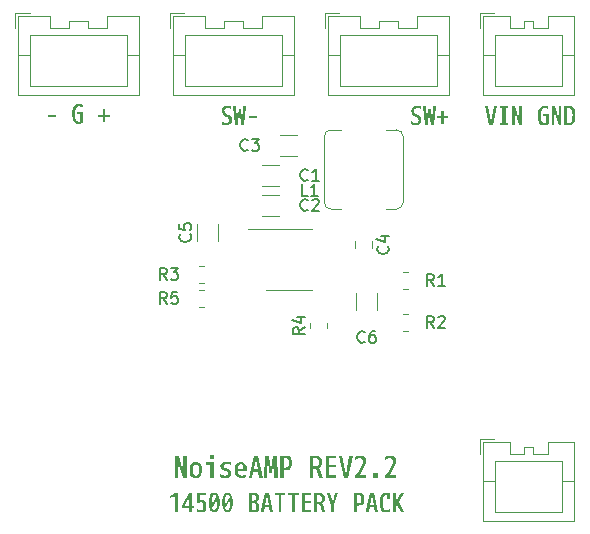
<source format=gbr>
%TF.GenerationSoftware,KiCad,Pcbnew,(6.0.2)*%
%TF.CreationDate,2022-04-08T09:52:01+08:00*%
%TF.ProjectId,NoiseAMP_BAT,4e6f6973-6541-44d5-905f-4241542e6b69,rev?*%
%TF.SameCoordinates,Original*%
%TF.FileFunction,Legend,Top*%
%TF.FilePolarity,Positive*%
%FSLAX46Y46*%
G04 Gerber Fmt 4.6, Leading zero omitted, Abs format (unit mm)*
G04 Created by KiCad (PCBNEW (6.0.2)) date 2022-04-08 09:52:01*
%MOMM*%
%LPD*%
G01*
G04 APERTURE LIST*
%ADD10C,0.150000*%
%ADD11C,0.120000*%
G04 APERTURE END LIST*
D10*
%TO.C,R5*%
X117943333Y-71826380D02*
X117610000Y-71350190D01*
X117371904Y-71826380D02*
X117371904Y-70826380D01*
X117752857Y-70826380D01*
X117848095Y-70874000D01*
X117895714Y-70921619D01*
X117943333Y-71016857D01*
X117943333Y-71159714D01*
X117895714Y-71254952D01*
X117848095Y-71302571D01*
X117752857Y-71350190D01*
X117371904Y-71350190D01*
X118848095Y-70826380D02*
X118371904Y-70826380D01*
X118324285Y-71302571D01*
X118371904Y-71254952D01*
X118467142Y-71207333D01*
X118705238Y-71207333D01*
X118800476Y-71254952D01*
X118848095Y-71302571D01*
X118895714Y-71397809D01*
X118895714Y-71635904D01*
X118848095Y-71731142D01*
X118800476Y-71778761D01*
X118705238Y-71826380D01*
X118467142Y-71826380D01*
X118371904Y-71778761D01*
X118324285Y-71731142D01*
%TO.C,R4*%
X129612380Y-73826666D02*
X129136190Y-74160000D01*
X129612380Y-74398095D02*
X128612380Y-74398095D01*
X128612380Y-74017142D01*
X128660000Y-73921904D01*
X128707619Y-73874285D01*
X128802857Y-73826666D01*
X128945714Y-73826666D01*
X129040952Y-73874285D01*
X129088571Y-73921904D01*
X129136190Y-74017142D01*
X129136190Y-74398095D01*
X128945714Y-72969523D02*
X129612380Y-72969523D01*
X128564761Y-73207619D02*
X129279047Y-73445714D01*
X129279047Y-72826666D01*
%TO.C,R3*%
X117943333Y-69794380D02*
X117610000Y-69318190D01*
X117371904Y-69794380D02*
X117371904Y-68794380D01*
X117752857Y-68794380D01*
X117848095Y-68842000D01*
X117895714Y-68889619D01*
X117943333Y-68984857D01*
X117943333Y-69127714D01*
X117895714Y-69222952D01*
X117848095Y-69270571D01*
X117752857Y-69318190D01*
X117371904Y-69318190D01*
X118276666Y-68794380D02*
X118895714Y-68794380D01*
X118562380Y-69175333D01*
X118705238Y-69175333D01*
X118800476Y-69222952D01*
X118848095Y-69270571D01*
X118895714Y-69365809D01*
X118895714Y-69603904D01*
X118848095Y-69699142D01*
X118800476Y-69746761D01*
X118705238Y-69794380D01*
X118419523Y-69794380D01*
X118324285Y-69746761D01*
X118276666Y-69699142D01*
%TO.C,R2*%
X140549333Y-73858380D02*
X140216000Y-73382190D01*
X139977904Y-73858380D02*
X139977904Y-72858380D01*
X140358857Y-72858380D01*
X140454095Y-72906000D01*
X140501714Y-72953619D01*
X140549333Y-73048857D01*
X140549333Y-73191714D01*
X140501714Y-73286952D01*
X140454095Y-73334571D01*
X140358857Y-73382190D01*
X139977904Y-73382190D01*
X140930285Y-72953619D02*
X140977904Y-72906000D01*
X141073142Y-72858380D01*
X141311238Y-72858380D01*
X141406476Y-72906000D01*
X141454095Y-72953619D01*
X141501714Y-73048857D01*
X141501714Y-73144095D01*
X141454095Y-73286952D01*
X140882666Y-73858380D01*
X141501714Y-73858380D01*
%TO.C,R1*%
X140549333Y-70302380D02*
X140216000Y-69826190D01*
X139977904Y-70302380D02*
X139977904Y-69302380D01*
X140358857Y-69302380D01*
X140454095Y-69350000D01*
X140501714Y-69397619D01*
X140549333Y-69492857D01*
X140549333Y-69635714D01*
X140501714Y-69730952D01*
X140454095Y-69778571D01*
X140358857Y-69826190D01*
X139977904Y-69826190D01*
X141501714Y-70302380D02*
X140930285Y-70302380D01*
X141216000Y-70302380D02*
X141216000Y-69302380D01*
X141120761Y-69445238D01*
X141025523Y-69540476D01*
X140930285Y-69588095D01*
%TO.C,L1*%
X129881333Y-62682380D02*
X129405142Y-62682380D01*
X129405142Y-61682380D01*
X130738476Y-62682380D02*
X130167047Y-62682380D01*
X130452761Y-62682380D02*
X130452761Y-61682380D01*
X130357523Y-61825238D01*
X130262285Y-61920476D01*
X130167047Y-61968095D01*
%TO.C,C6*%
X134707333Y-75033142D02*
X134659714Y-75080761D01*
X134516857Y-75128380D01*
X134421619Y-75128380D01*
X134278761Y-75080761D01*
X134183523Y-74985523D01*
X134135904Y-74890285D01*
X134088285Y-74699809D01*
X134088285Y-74556952D01*
X134135904Y-74366476D01*
X134183523Y-74271238D01*
X134278761Y-74176000D01*
X134421619Y-74128380D01*
X134516857Y-74128380D01*
X134659714Y-74176000D01*
X134707333Y-74223619D01*
X135564476Y-74128380D02*
X135374000Y-74128380D01*
X135278761Y-74176000D01*
X135231142Y-74223619D01*
X135135904Y-74366476D01*
X135088285Y-74556952D01*
X135088285Y-74937904D01*
X135135904Y-75033142D01*
X135183523Y-75080761D01*
X135278761Y-75128380D01*
X135469238Y-75128380D01*
X135564476Y-75080761D01*
X135612095Y-75033142D01*
X135659714Y-74937904D01*
X135659714Y-74699809D01*
X135612095Y-74604571D01*
X135564476Y-74556952D01*
X135469238Y-74509333D01*
X135278761Y-74509333D01*
X135183523Y-74556952D01*
X135135904Y-74604571D01*
X135088285Y-74699809D01*
%TO.C,C5*%
X119919142Y-65952666D02*
X119966761Y-66000285D01*
X120014380Y-66143142D01*
X120014380Y-66238380D01*
X119966761Y-66381238D01*
X119871523Y-66476476D01*
X119776285Y-66524095D01*
X119585809Y-66571714D01*
X119442952Y-66571714D01*
X119252476Y-66524095D01*
X119157238Y-66476476D01*
X119062000Y-66381238D01*
X119014380Y-66238380D01*
X119014380Y-66143142D01*
X119062000Y-66000285D01*
X119109619Y-65952666D01*
X119014380Y-65047904D02*
X119014380Y-65524095D01*
X119490571Y-65571714D01*
X119442952Y-65524095D01*
X119395333Y-65428857D01*
X119395333Y-65190761D01*
X119442952Y-65095523D01*
X119490571Y-65047904D01*
X119585809Y-65000285D01*
X119823904Y-65000285D01*
X119919142Y-65047904D01*
X119966761Y-65095523D01*
X120014380Y-65190761D01*
X120014380Y-65428857D01*
X119966761Y-65524095D01*
X119919142Y-65571714D01*
%TO.C,C4*%
X136657142Y-66968666D02*
X136704761Y-67016285D01*
X136752380Y-67159142D01*
X136752380Y-67254380D01*
X136704761Y-67397238D01*
X136609523Y-67492476D01*
X136514285Y-67540095D01*
X136323809Y-67587714D01*
X136180952Y-67587714D01*
X135990476Y-67540095D01*
X135895238Y-67492476D01*
X135800000Y-67397238D01*
X135752380Y-67254380D01*
X135752380Y-67159142D01*
X135800000Y-67016285D01*
X135847619Y-66968666D01*
X136085714Y-66111523D02*
X136752380Y-66111523D01*
X135704761Y-66349619D02*
X136419047Y-66587714D01*
X136419047Y-65968666D01*
%TO.C,C3*%
X124801333Y-58777142D02*
X124753714Y-58824761D01*
X124610857Y-58872380D01*
X124515619Y-58872380D01*
X124372761Y-58824761D01*
X124277523Y-58729523D01*
X124229904Y-58634285D01*
X124182285Y-58443809D01*
X124182285Y-58300952D01*
X124229904Y-58110476D01*
X124277523Y-58015238D01*
X124372761Y-57920000D01*
X124515619Y-57872380D01*
X124610857Y-57872380D01*
X124753714Y-57920000D01*
X124801333Y-57967619D01*
X125134666Y-57872380D02*
X125753714Y-57872380D01*
X125420380Y-58253333D01*
X125563238Y-58253333D01*
X125658476Y-58300952D01*
X125706095Y-58348571D01*
X125753714Y-58443809D01*
X125753714Y-58681904D01*
X125706095Y-58777142D01*
X125658476Y-58824761D01*
X125563238Y-58872380D01*
X125277523Y-58872380D01*
X125182285Y-58824761D01*
X125134666Y-58777142D01*
%TO.C,C2*%
X129881333Y-63857142D02*
X129833714Y-63904761D01*
X129690857Y-63952380D01*
X129595619Y-63952380D01*
X129452761Y-63904761D01*
X129357523Y-63809523D01*
X129309904Y-63714285D01*
X129262285Y-63523809D01*
X129262285Y-63380952D01*
X129309904Y-63190476D01*
X129357523Y-63095238D01*
X129452761Y-63000000D01*
X129595619Y-62952380D01*
X129690857Y-62952380D01*
X129833714Y-63000000D01*
X129881333Y-63047619D01*
X130262285Y-63047619D02*
X130309904Y-63000000D01*
X130405142Y-62952380D01*
X130643238Y-62952380D01*
X130738476Y-63000000D01*
X130786095Y-63047619D01*
X130833714Y-63142857D01*
X130833714Y-63238095D01*
X130786095Y-63380952D01*
X130214666Y-63952380D01*
X130833714Y-63952380D01*
%TO.C,C1*%
X129881333Y-61317142D02*
X129833714Y-61364761D01*
X129690857Y-61412380D01*
X129595619Y-61412380D01*
X129452761Y-61364761D01*
X129357523Y-61269523D01*
X129309904Y-61174285D01*
X129262285Y-60983809D01*
X129262285Y-60840952D01*
X129309904Y-60650476D01*
X129357523Y-60555238D01*
X129452761Y-60460000D01*
X129595619Y-60412380D01*
X129690857Y-60412380D01*
X129833714Y-60460000D01*
X129881333Y-60507619D01*
X130833714Y-61412380D02*
X130262285Y-61412380D01*
X130548000Y-61412380D02*
X130548000Y-60412380D01*
X130452761Y-60555238D01*
X130357523Y-60650476D01*
X130262285Y-60698095D01*
%TO.C,kibuzzard-624F9438*%
G36*
X110681691Y-54931786D02*
G01*
X110817819Y-54968457D01*
X110817819Y-55168482D01*
X110676134Y-55128477D01*
X110540006Y-55115142D01*
X110381653Y-55150425D01*
X110271084Y-55256271D01*
X110222930Y-55372952D01*
X110194037Y-55534825D01*
X110184406Y-55741887D01*
X110193543Y-55953766D01*
X110220954Y-56121194D01*
X110266639Y-56244173D01*
X110366651Y-56357520D01*
X110502224Y-56395303D01*
X110635574Y-56368633D01*
X110635574Y-55786338D01*
X110355539Y-55786338D01*
X110355539Y-55597425D01*
X110873381Y-55597425D01*
X110873381Y-56508650D01*
X110754354Y-56551865D01*
X110628412Y-56577794D01*
X110495556Y-56586438D01*
X110365332Y-56573241D01*
X110252470Y-56533653D01*
X110156972Y-56467673D01*
X110078837Y-56375300D01*
X110018066Y-56256535D01*
X109974658Y-56111378D01*
X109948613Y-55939829D01*
X109939931Y-55741887D01*
X109949307Y-55542835D01*
X109977436Y-55372397D01*
X110024317Y-55230574D01*
X110089950Y-55117365D01*
X110206631Y-55007475D01*
X110356650Y-54941541D01*
X110540006Y-54919562D01*
X110681691Y-54931786D01*
G37*
G36*
X112760284Y-55801895D02*
G01*
X113118106Y-55801895D01*
X113118106Y-55986363D01*
X112760284Y-55986363D01*
X112760284Y-56453088D01*
X112522476Y-56453088D01*
X112522476Y-55986363D01*
X112162431Y-55986363D01*
X112162431Y-55801895D01*
X112522476Y-55801895D01*
X112522476Y-55341837D01*
X112760284Y-55341837D01*
X112760284Y-55801895D01*
G37*
G36*
X108528644Y-55999698D02*
G01*
X107861894Y-55999698D01*
X107861894Y-55815230D01*
X108528644Y-55815230D01*
X108528644Y-55999698D01*
G37*
%TO.C,kibuzzard-624F9427*%
G36*
X145392140Y-56468963D02*
G01*
X145394362Y-56468963D01*
X145647727Y-55068787D01*
X145894425Y-55068787D01*
X145532157Y-56691213D01*
X145243232Y-56691213D01*
X144883187Y-55068787D01*
X145138775Y-55068787D01*
X145392140Y-56468963D01*
G37*
G36*
X150098839Y-55058786D02*
G01*
X150234968Y-55095457D01*
X150234968Y-55295482D01*
X150093283Y-55255477D01*
X149957155Y-55242142D01*
X149798802Y-55277425D01*
X149688233Y-55383271D01*
X149640078Y-55499952D01*
X149611186Y-55661825D01*
X149601555Y-55868887D01*
X149610692Y-56080766D01*
X149638103Y-56248194D01*
X149683788Y-56371173D01*
X149783800Y-56484520D01*
X149919373Y-56522303D01*
X150052723Y-56495633D01*
X150052723Y-55913338D01*
X149772688Y-55913338D01*
X149772688Y-55724425D01*
X150290530Y-55724425D01*
X150290530Y-56635650D01*
X150171503Y-56678865D01*
X150045561Y-56704794D01*
X149912705Y-56713438D01*
X149782480Y-56700241D01*
X149669619Y-56660653D01*
X149574121Y-56594673D01*
X149495986Y-56502300D01*
X149435215Y-56383535D01*
X149391807Y-56238378D01*
X149365762Y-56066829D01*
X149357080Y-55868887D01*
X149366456Y-55669835D01*
X149394585Y-55499397D01*
X149441466Y-55357574D01*
X149507099Y-55244365D01*
X149623780Y-55134475D01*
X149773799Y-55068541D01*
X149957155Y-55046562D01*
X150098839Y-55058786D01*
G37*
G36*
X152543528Y-56059035D02*
G01*
X152521673Y-56230167D01*
X152485249Y-56371173D01*
X152404961Y-56532026D01*
X152295225Y-56636761D01*
X152150763Y-56694268D01*
X151966295Y-56713438D01*
X151784606Y-56702325D01*
X151617363Y-56668988D01*
X151617363Y-56502300D01*
X151866283Y-56502300D01*
X151966295Y-56522303D01*
X152121592Y-56486743D01*
X152227439Y-56380062D01*
X152272506Y-56258813D01*
X152299547Y-56084717D01*
X152308560Y-55857775D01*
X152299423Y-55652317D01*
X152272012Y-55492297D01*
X152226328Y-55377715D01*
X152120203Y-55274369D01*
X151966295Y-55239920D01*
X151866283Y-55259922D01*
X151866283Y-56502300D01*
X151617363Y-56502300D01*
X151617363Y-55091012D01*
X151791273Y-55057675D01*
X151966295Y-55046562D01*
X152154343Y-55066688D01*
X152303621Y-55127066D01*
X152414129Y-55227696D01*
X152473928Y-55335001D01*
X152516642Y-55475783D01*
X152542270Y-55650041D01*
X152550813Y-55857775D01*
X152543528Y-56059035D01*
G37*
G36*
X147794662Y-56246713D02*
G01*
X147801330Y-56246713D01*
X147801330Y-55068787D01*
X148034692Y-55068787D01*
X148034692Y-56691213D01*
X147785772Y-56691213D01*
X147439062Y-55513287D01*
X147434617Y-55513287D01*
X147434617Y-56691213D01*
X147190142Y-56691213D01*
X147190142Y-55068787D01*
X147447952Y-55068787D01*
X147794662Y-56246713D01*
G37*
G36*
X151128413Y-56246713D02*
G01*
X151135080Y-56246713D01*
X151135080Y-55068787D01*
X151368443Y-55068787D01*
X151368443Y-56691213D01*
X151119523Y-56691213D01*
X150772813Y-55513287D01*
X150768368Y-55513287D01*
X150768368Y-56691213D01*
X150523893Y-56691213D01*
X150523893Y-55068787D01*
X150781703Y-55068787D01*
X151128413Y-56246713D01*
G37*
G36*
X146878992Y-55262145D02*
G01*
X146630073Y-55262145D01*
X146630073Y-56497855D01*
X146878992Y-56497855D01*
X146878992Y-56691213D01*
X146123342Y-56691213D01*
X146123342Y-56497855D01*
X146372262Y-56497855D01*
X146372262Y-55262145D01*
X146123342Y-55262145D01*
X146123342Y-55068787D01*
X146878992Y-55068787D01*
X146878992Y-55262145D01*
G37*
%TO.C,kibuzzard-624F9417*%
G36*
X139962414Y-56302275D02*
G01*
X139966859Y-56302275D01*
X140089096Y-55335487D01*
X140286899Y-55335487D01*
X140404691Y-56457850D01*
X140409136Y-56457850D01*
X140491369Y-55068787D01*
X140713619Y-55068787D01*
X140569156Y-56691213D01*
X140280231Y-56691213D01*
X140169106Y-55602187D01*
X140162439Y-55602187D01*
X140031311Y-56691213D01*
X139791281Y-56691213D01*
X139646819Y-55068787D01*
X139884626Y-55068787D01*
X139962414Y-56302275D01*
G37*
G36*
X139225038Y-55053971D02*
G01*
X139349498Y-55076196D01*
X139469019Y-55113237D01*
X139469019Y-55335487D01*
X139297331Y-55263812D01*
X139124531Y-55239920D01*
X139027297Y-55254366D01*
X138953399Y-55297705D01*
X138906726Y-55366603D01*
X138891169Y-55457725D01*
X138910924Y-55570579D01*
X138970191Y-55660219D01*
X139068969Y-55726647D01*
X139220346Y-55802953D01*
X139336657Y-55880741D01*
X139417901Y-55960010D01*
X139489577Y-56097249D01*
X139513469Y-56268938D01*
X139494355Y-56428958D01*
X139437015Y-56553418D01*
X139341447Y-56642318D01*
X139207653Y-56695658D01*
X139035631Y-56713438D01*
X138897836Y-56701584D01*
X138771895Y-56666024D01*
X138657806Y-56606758D01*
X138657806Y-56375618D01*
X138775105Y-56455874D01*
X138898824Y-56504029D01*
X139028964Y-56520080D01*
X139127865Y-56504800D01*
X139202319Y-56458961D01*
X139248991Y-56383674D01*
X139264549Y-56280050D01*
X139252603Y-56181149D01*
X139216765Y-56102250D01*
X139153146Y-56037242D01*
X139057856Y-55980013D01*
X138921666Y-55908893D01*
X138815357Y-55834809D01*
X138738927Y-55757762D01*
X138669752Y-55626635D01*
X138646694Y-55468837D01*
X138675864Y-55291037D01*
X138763375Y-55157687D01*
X138852152Y-55095951D01*
X138962906Y-55058910D01*
X139095639Y-55046562D01*
X139225038Y-55053971D01*
G37*
G36*
X141411484Y-55928895D02*
G01*
X141769306Y-55928895D01*
X141769306Y-56113363D01*
X141411484Y-56113363D01*
X141411484Y-56580088D01*
X141173676Y-56580088D01*
X141173676Y-56113363D01*
X140813631Y-56113363D01*
X140813631Y-55928895D01*
X141173676Y-55928895D01*
X141173676Y-55468837D01*
X141411484Y-55468837D01*
X141411484Y-55928895D01*
G37*
%TO.C,kibuzzard-624F940E*%
G36*
X123905645Y-56302275D02*
G01*
X123910090Y-56302275D01*
X124032327Y-55335487D01*
X124230130Y-55335487D01*
X124347923Y-56457850D01*
X124352368Y-56457850D01*
X124434600Y-55068787D01*
X124656850Y-55068787D01*
X124512388Y-56691213D01*
X124223463Y-56691213D01*
X124112338Y-55602187D01*
X124105670Y-55602187D01*
X123974542Y-56691213D01*
X123734512Y-56691213D01*
X123590050Y-55068787D01*
X123827857Y-55068787D01*
X123905645Y-56302275D01*
G37*
G36*
X123168269Y-55053971D02*
G01*
X123292729Y-55076196D01*
X123412250Y-55113237D01*
X123412250Y-55335487D01*
X123240562Y-55263812D01*
X123067762Y-55239920D01*
X122970528Y-55254366D01*
X122896630Y-55297705D01*
X122849957Y-55366603D01*
X122834400Y-55457725D01*
X122854156Y-55570579D01*
X122913422Y-55660219D01*
X123012200Y-55726647D01*
X123163577Y-55802953D01*
X123279888Y-55880741D01*
X123361132Y-55960010D01*
X123432808Y-56097249D01*
X123456700Y-56268938D01*
X123437586Y-56428958D01*
X123380246Y-56553418D01*
X123284678Y-56642318D01*
X123150884Y-56695658D01*
X122978862Y-56713438D01*
X122841067Y-56701584D01*
X122715126Y-56666024D01*
X122601037Y-56606758D01*
X122601037Y-56375618D01*
X122718336Y-56455874D01*
X122842055Y-56504029D01*
X122972195Y-56520080D01*
X123071096Y-56504800D01*
X123145550Y-56458961D01*
X123192222Y-56383674D01*
X123207780Y-56280050D01*
X123195834Y-56181149D01*
X123159996Y-56102250D01*
X123096377Y-56037242D01*
X123001087Y-55980013D01*
X122864898Y-55908893D01*
X122758588Y-55834809D01*
X122682159Y-55757762D01*
X122612983Y-55626635D01*
X122589925Y-55468837D01*
X122619095Y-55291037D01*
X122706606Y-55157687D01*
X122795383Y-55095951D01*
X122906137Y-55058910D01*
X123038870Y-55046562D01*
X123168269Y-55053971D01*
G37*
G36*
X125568075Y-56126698D02*
G01*
X124901325Y-56126698D01*
X124901325Y-55942230D01*
X125568075Y-55942230D01*
X125568075Y-56126698D01*
G37*
%TO.C,kibuzzard-624F939D*%
G36*
X135169434Y-87834787D02*
G01*
X135458359Y-87834787D01*
X135842851Y-89457213D01*
X135585041Y-89457213D01*
X135500586Y-89030493D01*
X135120539Y-89030493D01*
X135036084Y-89457213D01*
X134787164Y-89457213D01*
X134932217Y-88841580D01*
X135158321Y-88841580D01*
X135462804Y-88841580D01*
X135311674Y-88079262D01*
X135309451Y-88079262D01*
X135158321Y-88841580D01*
X134932217Y-88841580D01*
X135169434Y-87834787D01*
G37*
G36*
X126279434Y-87834787D02*
G01*
X126568359Y-87834787D01*
X126952851Y-89457213D01*
X126695041Y-89457213D01*
X126610586Y-89030493D01*
X126230539Y-89030493D01*
X126146084Y-89457213D01*
X125897164Y-89457213D01*
X126042217Y-88841580D01*
X126268321Y-88841580D01*
X126572804Y-88841580D01*
X126421674Y-88079262D01*
X126419451Y-88079262D01*
X126268321Y-88841580D01*
X126042217Y-88841580D01*
X126279434Y-87834787D01*
G37*
G36*
X131982369Y-88590437D02*
G01*
X131986814Y-88590437D01*
X132226844Y-87834787D01*
X132486876Y-87834787D01*
X132106829Y-88830468D01*
X132106829Y-89457213D01*
X131855686Y-89457213D01*
X131855686Y-88830468D01*
X131475639Y-87834787D01*
X131744561Y-87834787D01*
X131982369Y-88590437D01*
G37*
G36*
X120247569Y-89097168D02*
G01*
X120065324Y-89097168D01*
X120065324Y-89457213D01*
X119820849Y-89457213D01*
X119820849Y-89097168D01*
X119269669Y-89097168D01*
X119269669Y-88906033D01*
X119465249Y-88906033D01*
X119820849Y-88906033D01*
X119820849Y-88179275D01*
X119816404Y-88179275D01*
X119465249Y-88899365D01*
X119465249Y-88906033D01*
X119269669Y-88906033D01*
X119796401Y-87834787D01*
X120065324Y-87834787D01*
X120065324Y-88906033D01*
X120247569Y-88906033D01*
X120247569Y-89097168D01*
G37*
G36*
X130980639Y-87825527D02*
G01*
X131109914Y-87864421D01*
X131207828Y-87929244D01*
X131276355Y-88021971D01*
X131317471Y-88144579D01*
X131331176Y-88297067D01*
X131315619Y-88442363D01*
X131268946Y-88560434D01*
X131191159Y-88651278D01*
X131082256Y-88714898D01*
X131082256Y-88719343D01*
X131166711Y-88829356D01*
X131237831Y-89003823D01*
X131375626Y-89457213D01*
X131120039Y-89457213D01*
X130991134Y-88990488D01*
X130954740Y-88889642D01*
X130912235Y-88827134D01*
X130777774Y-88783795D01*
X130691096Y-88783795D01*
X130691096Y-89457213D01*
X130442176Y-89457213D01*
X130442176Y-88590437D01*
X130691096Y-88590437D01*
X130777774Y-88590437D01*
X130922236Y-88573769D01*
X131017804Y-88523762D01*
X131071144Y-88433751D01*
X131088924Y-88297067D01*
X131072255Y-88166218D01*
X131022249Y-88075929D01*
X130938349Y-88023422D01*
X130820001Y-88005920D01*
X130691096Y-88023700D01*
X130691096Y-88590437D01*
X130442176Y-88590437D01*
X130442176Y-87857012D01*
X130566142Y-87832318D01*
X130692084Y-87817501D01*
X130820001Y-87812562D01*
X130980639Y-87825527D01*
G37*
G36*
X122402406Y-88281016D02*
G01*
X122419816Y-88448815D01*
X122425619Y-88646000D01*
X122419816Y-88843185D01*
X122402406Y-89010984D01*
X122373390Y-89149396D01*
X122310882Y-89306638D01*
X122227816Y-89407206D01*
X122119469Y-89461380D01*
X121981119Y-89479438D01*
X121842768Y-89461380D01*
X121734421Y-89407206D01*
X121651355Y-89306638D01*
X121588847Y-89149396D01*
X121576501Y-89090500D01*
X121801096Y-89090500D01*
X121869994Y-89247186D01*
X121981119Y-89292748D01*
X122097800Y-89241630D01*
X122136972Y-89167176D01*
X122167809Y-89046050D01*
X122182625Y-88937394D01*
X122191515Y-88804044D01*
X122194479Y-88646000D01*
X122192812Y-88525429D01*
X122187811Y-88421527D01*
X121801096Y-89090500D01*
X121576501Y-89090500D01*
X121559832Y-89010984D01*
X121542422Y-88843185D01*
X121536619Y-88646000D01*
X121767759Y-88646000D01*
X121772204Y-88830468D01*
X122152251Y-88170385D01*
X122085576Y-88038146D01*
X121981119Y-87999252D01*
X121864437Y-88050370D01*
X121825266Y-88124824D01*
X121794429Y-88245950D01*
X121779612Y-88354606D01*
X121770722Y-88487956D01*
X121767759Y-88646000D01*
X121536619Y-88646000D01*
X121542422Y-88448815D01*
X121559832Y-88281016D01*
X121588847Y-88142604D01*
X121651355Y-87985362D01*
X121734421Y-87884794D01*
X121842768Y-87830620D01*
X121981119Y-87812562D01*
X122119469Y-87830620D01*
X122227816Y-87884794D01*
X122310882Y-87985362D01*
X122373390Y-88142604D01*
X122402406Y-88281016D01*
G37*
G36*
X123513656Y-88281016D02*
G01*
X123531066Y-88448815D01*
X123536869Y-88646000D01*
X123531066Y-88843185D01*
X123513656Y-89010984D01*
X123484640Y-89149396D01*
X123422132Y-89306638D01*
X123339066Y-89407206D01*
X123230719Y-89461380D01*
X123092369Y-89479438D01*
X122954018Y-89461380D01*
X122845671Y-89407206D01*
X122762605Y-89306638D01*
X122700097Y-89149396D01*
X122687751Y-89090500D01*
X122912346Y-89090500D01*
X122981244Y-89247186D01*
X123092369Y-89292748D01*
X123209050Y-89241630D01*
X123248222Y-89167176D01*
X123279059Y-89046050D01*
X123293875Y-88937394D01*
X123302765Y-88804044D01*
X123305729Y-88646000D01*
X123304062Y-88525429D01*
X123299061Y-88421527D01*
X122912346Y-89090500D01*
X122687751Y-89090500D01*
X122671082Y-89010984D01*
X122653672Y-88843185D01*
X122647869Y-88646000D01*
X122879009Y-88646000D01*
X122883454Y-88830468D01*
X123263501Y-88170385D01*
X123196826Y-88038146D01*
X123092369Y-87999252D01*
X122975687Y-88050370D01*
X122936516Y-88124824D01*
X122905679Y-88245950D01*
X122890862Y-88354606D01*
X122881972Y-88487956D01*
X122879009Y-88646000D01*
X122647869Y-88646000D01*
X122653672Y-88448815D01*
X122671082Y-88281016D01*
X122700097Y-88142604D01*
X122762605Y-87985362D01*
X122845671Y-87884794D01*
X122954018Y-87830620D01*
X123092369Y-87812562D01*
X123230719Y-87830620D01*
X123339066Y-87884794D01*
X123422132Y-87985362D01*
X123484640Y-88142604D01*
X123513656Y-88281016D01*
G37*
G36*
X125771716Y-89139889D02*
G01*
X125728748Y-89262126D01*
X125657134Y-89357200D01*
X125556874Y-89425110D01*
X125427969Y-89465856D01*
X125270419Y-89479438D01*
X125143983Y-89474499D01*
X125019523Y-89459682D01*
X124897039Y-89434988D01*
X124897039Y-89270523D01*
X125145959Y-89270523D01*
X125270419Y-89288303D01*
X125390712Y-89270245D01*
X125476000Y-89216071D01*
X125526840Y-89122448D01*
X125543786Y-88986043D01*
X125525451Y-88847692D01*
X125470444Y-88752680D01*
X125375987Y-88697673D01*
X125239304Y-88679338D01*
X125145959Y-88679338D01*
X125145959Y-89270523D01*
X124897039Y-89270523D01*
X124897039Y-88490425D01*
X125145959Y-88490425D01*
X125210411Y-88490425D01*
X125341539Y-88475145D01*
X125432661Y-88429306D01*
X125486001Y-88349574D01*
X125503781Y-88232615D01*
X125476370Y-88105439D01*
X125394138Y-88029133D01*
X125257084Y-88003697D01*
X125145959Y-88021477D01*
X125145959Y-88490425D01*
X124897039Y-88490425D01*
X124897039Y-87857012D01*
X125073727Y-87823675D01*
X125257084Y-87812562D01*
X125431506Y-87828742D01*
X125567167Y-87877282D01*
X125664068Y-87958181D01*
X125722209Y-88071439D01*
X125741589Y-88217057D01*
X125724087Y-88342629D01*
X125671580Y-88448197D01*
X125590181Y-88527096D01*
X125486001Y-88572657D01*
X125486001Y-88574880D01*
X125604072Y-88622108D01*
X125700472Y-88714898D01*
X125764647Y-88841580D01*
X125786039Y-88990488D01*
X125771716Y-89139889D01*
G37*
G36*
X136685734Y-87824786D02*
G01*
X136827419Y-87861457D01*
X136827419Y-88363742D01*
X136589611Y-88363742D01*
X136589611Y-88017032D01*
X136538494Y-88008142D01*
X136440025Y-88025243D01*
X136359459Y-88076546D01*
X136296797Y-88162051D01*
X136252038Y-88281757D01*
X136225183Y-88435665D01*
X136216231Y-88623775D01*
X136226109Y-88826825D01*
X136255742Y-88992957D01*
X136305131Y-89122171D01*
X136374276Y-89214466D01*
X136463176Y-89269843D01*
X136571831Y-89288303D01*
X136689624Y-89271078D01*
X136816306Y-89219405D01*
X136816306Y-89423875D01*
X136682401Y-89465547D01*
X136534049Y-89479438D01*
X136402261Y-89466068D01*
X136288046Y-89425959D01*
X136191402Y-89359110D01*
X136112329Y-89265522D01*
X136050829Y-89145194D01*
X136006900Y-88998127D01*
X135980542Y-88824321D01*
X135971756Y-88623775D01*
X135980438Y-88433647D01*
X136006483Y-88268870D01*
X136049891Y-88129442D01*
X136110663Y-88015366D01*
X136188797Y-87926639D01*
X136284295Y-87863263D01*
X136397157Y-87825238D01*
X136527381Y-87812562D01*
X136685734Y-87824786D01*
G37*
G36*
X134620229Y-88672917D02*
G01*
X134550468Y-88779350D01*
X134451813Y-88853433D01*
X134323279Y-88897883D01*
X134164864Y-88912700D01*
X134035959Y-88901588D01*
X134035959Y-89457213D01*
X133787039Y-89457213D01*
X133787039Y-88706008D01*
X134035959Y-88706008D01*
X134164864Y-88721565D01*
X134284601Y-88700729D01*
X134368223Y-88638221D01*
X134417395Y-88525707D01*
X134433786Y-88354852D01*
X134417395Y-88195944D01*
X134368223Y-88088152D01*
X134284601Y-88026478D01*
X134164864Y-88005920D01*
X134035959Y-88023700D01*
X134035959Y-88706008D01*
X133787039Y-88706008D01*
X133787039Y-87857012D01*
X133911005Y-87832318D01*
X134036947Y-87817501D01*
X134164864Y-87812562D01*
X134326612Y-87826762D01*
X134456258Y-87869360D01*
X134553801Y-87940356D01*
X134621711Y-88043209D01*
X134662457Y-88181374D01*
X134676039Y-88354852D01*
X134662086Y-88531418D01*
X134620229Y-88672917D01*
G37*
G36*
X127992981Y-88028145D02*
G01*
X127661829Y-88028145D01*
X127661829Y-89457213D01*
X127412909Y-89457213D01*
X127412909Y-88028145D01*
X127081756Y-88028145D01*
X127081756Y-87834787D01*
X127992981Y-87834787D01*
X127992981Y-88028145D01*
G37*
G36*
X129104231Y-88028145D02*
G01*
X128773079Y-88028145D01*
X128773079Y-89457213D01*
X128524159Y-89457213D01*
X128524159Y-88028145D01*
X128193006Y-88028145D01*
X128193006Y-87834787D01*
X129104231Y-87834787D01*
X129104231Y-88028145D01*
G37*
G36*
X137369709Y-88545987D02*
G01*
X137374154Y-88545987D01*
X137754201Y-87834787D01*
X138020901Y-87834787D01*
X137596404Y-88608217D01*
X138032014Y-89457213D01*
X137763091Y-89457213D01*
X137374154Y-88679338D01*
X137369709Y-88679338D01*
X137369709Y-89457213D01*
X137120789Y-89457213D01*
X137120789Y-87834787D01*
X137369709Y-87834787D01*
X137369709Y-88545987D01*
G37*
G36*
X121241026Y-88025922D02*
G01*
X120745409Y-88025922D01*
X120729851Y-88474867D01*
X120734296Y-88474867D01*
X120824307Y-88433196D01*
X120929876Y-88419305D01*
X121057892Y-88440196D01*
X121157460Y-88502871D01*
X121228580Y-88607328D01*
X121271252Y-88753569D01*
X121285476Y-88941593D01*
X121272635Y-89115935D01*
X121234112Y-89253730D01*
X121169906Y-89354978D01*
X121077796Y-89424122D01*
X120955558Y-89465609D01*
X120803194Y-89479438D01*
X120638173Y-89462769D01*
X120485376Y-89412763D01*
X120485376Y-89201625D01*
X120637062Y-89264966D01*
X120785414Y-89286080D01*
X120898761Y-89266911D01*
X120976549Y-89209404D01*
X121021554Y-89104113D01*
X121036556Y-88941593D01*
X121025999Y-88787407D01*
X120994329Y-88684894D01*
X120863201Y-88608217D01*
X120778191Y-88630442D01*
X120700959Y-88697118D01*
X120496489Y-88697118D01*
X120518714Y-87834787D01*
X121241026Y-87834787D01*
X121241026Y-88025922D01*
G37*
G36*
X130153251Y-88028145D02*
G01*
X129624296Y-88028145D01*
X129624296Y-88490425D01*
X130131026Y-88490425D01*
X130131026Y-88679338D01*
X129624296Y-88679338D01*
X129624296Y-89263855D01*
X130153251Y-89263855D01*
X130153251Y-89457213D01*
X129375376Y-89457213D01*
X129375376Y-87834787D01*
X130153251Y-87834787D01*
X130153251Y-88028145D01*
G37*
G36*
X118889621Y-89457213D02*
G01*
X118640701Y-89457213D01*
X118640701Y-88068150D01*
X118636256Y-88065927D01*
X118253986Y-88279287D01*
X118253986Y-88061482D01*
X118642924Y-87834787D01*
X118889621Y-87834787D01*
X118889621Y-89457213D01*
G37*
%TO.C,kibuzzard-624F9385*%
G36*
X125321060Y-84696300D02*
G01*
X125651260Y-84696300D01*
X126090680Y-86550500D01*
X125796040Y-86550500D01*
X125699520Y-86062820D01*
X125265180Y-86062820D01*
X125168660Y-86550500D01*
X124884180Y-86550500D01*
X125049955Y-85846920D01*
X125308360Y-85846920D01*
X125656340Y-85846920D01*
X125483620Y-84975700D01*
X125481080Y-84975700D01*
X125308360Y-85846920D01*
X125049955Y-85846920D01*
X125321060Y-84696300D01*
G37*
G36*
X126763780Y-85877400D02*
G01*
X126768860Y-85877400D01*
X126921260Y-84696300D01*
X127241300Y-84696300D01*
X127335280Y-86550500D01*
X127063500Y-86550500D01*
X127025400Y-84975700D01*
X127022860Y-84975700D01*
X126865380Y-86118700D01*
X126624080Y-86118700D01*
X126479300Y-84975700D01*
X126471680Y-84975700D01*
X126428500Y-86550500D01*
X126179580Y-86550500D01*
X126276100Y-84696300D01*
X126608840Y-84696300D01*
X126763780Y-85877400D01*
G37*
G36*
X133111240Y-86296500D02*
G01*
X133113780Y-86296500D01*
X133403340Y-84696300D01*
X133685280Y-84696300D01*
X133271260Y-86550500D01*
X132941060Y-86550500D01*
X132529580Y-84696300D01*
X132821680Y-84696300D01*
X133111240Y-86296500D01*
G37*
G36*
X130693866Y-84685717D02*
G01*
X130841609Y-84730167D01*
X130953510Y-84804250D01*
X131031827Y-84910224D01*
X131078817Y-85050348D01*
X131094480Y-85224620D01*
X131076700Y-85390672D01*
X131023360Y-85525610D01*
X130934460Y-85629433D01*
X130810000Y-85702140D01*
X130810000Y-85707220D01*
X130906520Y-85832950D01*
X130987800Y-86032340D01*
X131145280Y-86550500D01*
X130853180Y-86550500D01*
X130705860Y-86017100D01*
X130664268Y-85901848D01*
X130615690Y-85830410D01*
X130462020Y-85780880D01*
X130362960Y-85780880D01*
X130362960Y-86550500D01*
X130078480Y-86550500D01*
X130078480Y-85559900D01*
X130362960Y-85559900D01*
X130462020Y-85559900D01*
X130627120Y-85540850D01*
X130736340Y-85483700D01*
X130797300Y-85380830D01*
X130817620Y-85224620D01*
X130798570Y-85075078D01*
X130741420Y-84971890D01*
X130645535Y-84911882D01*
X130510280Y-84891880D01*
X130362960Y-84912200D01*
X130362960Y-85559900D01*
X130078480Y-85559900D01*
X130078480Y-84721700D01*
X130220156Y-84693478D01*
X130364089Y-84676544D01*
X130510280Y-84670900D01*
X130693866Y-84685717D01*
G37*
G36*
X128503398Y-85654162D02*
G01*
X128423670Y-85775800D01*
X128310922Y-85860467D01*
X128164026Y-85911267D01*
X127982980Y-85928200D01*
X127835660Y-85915500D01*
X127835660Y-86550500D01*
X127551180Y-86550500D01*
X127551180Y-85691980D01*
X127835660Y-85691980D01*
X127982980Y-85709760D01*
X128119823Y-85685948D01*
X128215390Y-85614510D01*
X128271588Y-85485922D01*
X128290320Y-85290660D01*
X128271588Y-85109050D01*
X128215390Y-84985860D01*
X128119823Y-84915375D01*
X127982980Y-84891880D01*
X127835660Y-84912200D01*
X127835660Y-85691980D01*
X127551180Y-85691980D01*
X127551180Y-84721700D01*
X127692856Y-84693478D01*
X127836789Y-84676544D01*
X127982980Y-84670900D01*
X128167836Y-84687128D01*
X128316002Y-84735811D01*
X128427480Y-84816950D01*
X128505091Y-84934496D01*
X128551658Y-85092399D01*
X128567180Y-85290660D01*
X128551234Y-85492449D01*
X128503398Y-85654162D01*
G37*
G36*
X119346980Y-86042500D02*
G01*
X119354600Y-86042500D01*
X119354600Y-84696300D01*
X119621300Y-84696300D01*
X119621300Y-86550500D01*
X119336820Y-86550500D01*
X118940580Y-85204300D01*
X118935500Y-85204300D01*
X118935500Y-86550500D01*
X118656100Y-86550500D01*
X118656100Y-84696300D01*
X118950740Y-84696300D01*
X119346980Y-86042500D01*
G37*
G36*
X137106343Y-84702332D02*
G01*
X137247630Y-84796630D01*
X137334308Y-84951887D01*
X137363200Y-85166200D01*
X137347254Y-85327067D01*
X137299418Y-85498093D01*
X137219690Y-85679280D01*
X137136902Y-85824378D01*
X137032048Y-85980270D01*
X136905127Y-86146958D01*
X136756140Y-86324440D01*
X136756140Y-86329520D01*
X137375900Y-86329520D01*
X137375900Y-86550500D01*
X136461500Y-86550500D01*
X136461500Y-86329520D01*
X136624578Y-86139953D01*
X136762568Y-85958784D01*
X136875468Y-85786012D01*
X136963280Y-85621638D01*
X137026002Y-85465661D01*
X137063636Y-85318082D01*
X137076180Y-85178900D01*
X137062528Y-85049360D01*
X137021570Y-84960460D01*
X136855200Y-84891880D01*
X136735820Y-84908531D01*
X136604587Y-84958484D01*
X136461500Y-85041740D01*
X136461500Y-84802980D01*
X136602047Y-84729602D01*
X136752753Y-84685576D01*
X136913620Y-84670900D01*
X137106343Y-84702332D01*
G37*
G36*
X134566343Y-84702332D02*
G01*
X134707630Y-84796630D01*
X134794308Y-84951887D01*
X134823200Y-85166200D01*
X134807254Y-85327067D01*
X134759418Y-85498093D01*
X134679690Y-85679280D01*
X134596902Y-85824378D01*
X134492048Y-85980270D01*
X134365127Y-86146958D01*
X134216140Y-86324440D01*
X134216140Y-86329520D01*
X134835900Y-86329520D01*
X134835900Y-86550500D01*
X133921500Y-86550500D01*
X133921500Y-86329520D01*
X134084578Y-86139953D01*
X134222568Y-85958784D01*
X134335468Y-85786012D01*
X134423280Y-85621638D01*
X134486002Y-85465661D01*
X134523636Y-85318082D01*
X134536180Y-85178900D01*
X134522528Y-85049360D01*
X134481570Y-84960460D01*
X134315200Y-84891880D01*
X134195820Y-84908531D01*
X134064587Y-84958484D01*
X133921500Y-85041740D01*
X133921500Y-84802980D01*
X134062047Y-84729602D01*
X134212753Y-84685576D01*
X134373620Y-84670900D01*
X134566343Y-84702332D01*
G37*
G36*
X132288280Y-84917280D02*
G01*
X131683760Y-84917280D01*
X131683760Y-85445600D01*
X132262880Y-85445600D01*
X132262880Y-85661500D01*
X131683760Y-85661500D01*
X131683760Y-86329520D01*
X132288280Y-86329520D01*
X132288280Y-86550500D01*
X131399280Y-86550500D01*
X131399280Y-84696300D01*
X132288280Y-84696300D01*
X132288280Y-84917280D01*
G37*
G36*
X120244447Y-85222362D02*
G01*
X120408700Y-85204300D01*
X120572953Y-85222362D01*
X120706727Y-85276549D01*
X120810020Y-85366860D01*
X120883398Y-85497247D01*
X120927424Y-85671660D01*
X120942100Y-85890100D01*
X120927424Y-86108540D01*
X120883398Y-86282953D01*
X120810020Y-86413340D01*
X120706727Y-86503651D01*
X120572953Y-86557838D01*
X120408700Y-86575900D01*
X120244447Y-86557838D01*
X120110673Y-86503651D01*
X120007380Y-86413340D01*
X119934002Y-86282953D01*
X119889976Y-86108540D01*
X119875300Y-85890100D01*
X120159780Y-85890100D01*
X120174067Y-86122828D01*
X120216930Y-86267290D01*
X120293447Y-86342538D01*
X120408700Y-86367620D01*
X120523952Y-86342538D01*
X120600470Y-86267290D01*
X120643332Y-86122828D01*
X120657620Y-85890100D01*
X120643332Y-85657373D01*
X120600470Y-85512910D01*
X120523952Y-85437662D01*
X120408700Y-85412580D01*
X120293447Y-85437662D01*
X120216930Y-85512910D01*
X120174067Y-85657373D01*
X120159780Y-85890100D01*
X119875300Y-85890100D01*
X119889976Y-85671660D01*
X119934002Y-85497247D01*
X120007380Y-85366860D01*
X120110673Y-85276549D01*
X120244447Y-85222362D01*
G37*
G36*
X124022167Y-86164738D02*
G01*
X124085350Y-86282530D01*
X124184092Y-86348253D01*
X124320300Y-86370160D01*
X124476510Y-86353015D01*
X124650500Y-86301580D01*
X124650500Y-86512400D01*
X124464445Y-86560025D01*
X124287280Y-86575900D01*
X124132288Y-86561904D01*
X124001141Y-86519916D01*
X123893839Y-86449937D01*
X123810382Y-86351965D01*
X123750770Y-86226002D01*
X123715002Y-86072047D01*
X123703080Y-85890100D01*
X123710264Y-85788500D01*
X123992640Y-85788500D01*
X124444760Y-85788500D01*
X124429520Y-85610383D01*
X124388880Y-85492590D01*
X124228860Y-85404960D01*
X124129165Y-85425915D01*
X124058680Y-85488780D01*
X124014230Y-85605620D01*
X123992640Y-85788500D01*
X123710264Y-85788500D01*
X123717897Y-85680550D01*
X123762347Y-85509100D01*
X123836430Y-85375750D01*
X123940147Y-85280500D01*
X124073497Y-85223350D01*
X124236480Y-85204300D01*
X124385211Y-85222221D01*
X124506284Y-85275984D01*
X124599700Y-85365590D01*
X124666022Y-85494989D01*
X124705816Y-85668132D01*
X124719080Y-85885020D01*
X124714000Y-85986620D01*
X123992640Y-85986620D01*
X124022167Y-86164738D01*
G37*
G36*
X123107309Y-85210509D02*
G01*
X123247856Y-85229136D01*
X123380500Y-85260180D01*
X123380500Y-85471000D01*
X123177300Y-85423375D01*
X122984260Y-85407500D01*
X122818525Y-85448775D01*
X122763280Y-85572600D01*
X122807730Y-85686900D01*
X122958860Y-85758020D01*
X123185237Y-85829140D01*
X123325890Y-85915500D01*
X123399232Y-86032340D01*
X123423680Y-86194900D01*
X123391612Y-86356825D01*
X123295410Y-86476840D01*
X123140787Y-86551135D01*
X122933460Y-86575900D01*
X122777673Y-86566869D01*
X122632047Y-86539776D01*
X122496580Y-86494620D01*
X122496580Y-86271100D01*
X122699145Y-86345395D01*
X122890280Y-86370160D01*
X123083320Y-86328250D01*
X123141740Y-86194900D01*
X123096020Y-86067900D01*
X122928380Y-85991700D01*
X122722005Y-85921533D01*
X122585480Y-85832950D01*
X122509280Y-85718968D01*
X122483880Y-85572600D01*
X122513725Y-85415437D01*
X122603260Y-85299550D01*
X122751850Y-85228112D01*
X122958860Y-85204300D01*
X123107309Y-85210509D01*
G37*
G36*
X121907300Y-86550500D02*
G01*
X121622820Y-86550500D01*
X121622820Y-85435440D01*
X121285000Y-85435440D01*
X121285000Y-85229700D01*
X121907300Y-85229700D01*
X121907300Y-86550500D01*
G37*
G36*
X135856980Y-86550500D02*
G01*
X135450580Y-86550500D01*
X135450580Y-86118700D01*
X135856980Y-86118700D01*
X135856980Y-86550500D01*
G37*
G36*
X121907300Y-84937600D02*
G01*
X121572020Y-84937600D01*
X121572020Y-84620100D01*
X121907300Y-84620100D01*
X121907300Y-84937600D01*
G37*
D11*
%TO.C,U1*%
X128270000Y-65512000D02*
X130220000Y-65512000D01*
X128270000Y-65512000D02*
X124820000Y-65512000D01*
X128270000Y-70632000D02*
X126320000Y-70632000D01*
X128270000Y-70632000D02*
X130220000Y-70632000D01*
%TO.C,R5*%
X120676936Y-70639000D02*
X121131064Y-70639000D01*
X120676936Y-72109000D02*
X121131064Y-72109000D01*
%TO.C,R4*%
X130075000Y-73887064D02*
X130075000Y-73432936D01*
X131545000Y-73887064D02*
X131545000Y-73432936D01*
%TO.C,R3*%
X120676936Y-68607000D02*
X121131064Y-68607000D01*
X120676936Y-70077000D02*
X121131064Y-70077000D01*
%TO.C,R2*%
X137948936Y-72671000D02*
X138403064Y-72671000D01*
X137948936Y-74141000D02*
X138403064Y-74141000D01*
%TO.C,R1*%
X137948936Y-69115000D02*
X138403064Y-69115000D01*
X137948936Y-70585000D02*
X138403064Y-70585000D01*
%TO.C,L1*%
X132720000Y-63812000D02*
X131870000Y-63812000D01*
X137980000Y-57702000D02*
X137980000Y-63202000D01*
X136520000Y-57092000D02*
X137370000Y-57092000D01*
X137370000Y-63812000D02*
X136520000Y-63812000D01*
X131260000Y-63202000D02*
X131260000Y-57702000D01*
X131870000Y-57092000D02*
X132720000Y-57092000D01*
X131260000Y-63202000D02*
G75*
G03*
X131870000Y-63812000I610000J0D01*
G01*
X131870000Y-57092000D02*
G75*
G03*
X131260000Y-57702000I0J-610000D01*
G01*
X137370000Y-63812000D02*
G75*
G03*
X137980000Y-63202000I0J610000D01*
G01*
X137980000Y-57702000D02*
G75*
G03*
X137370000Y-57092000I-610000J0D01*
G01*
%TO.C,J5*%
X124406666Y-48490000D02*
X124406666Y-47890000D01*
X127706666Y-49100000D02*
X119506666Y-49100000D01*
X121206666Y-48490000D02*
X121206666Y-47490000D01*
X122806666Y-48490000D02*
X121206666Y-48490000D01*
X128716666Y-47490000D02*
X126006666Y-47490000D01*
X119506666Y-49100000D02*
X119506666Y-53400000D01*
X127706666Y-53400000D02*
X127706666Y-49100000D01*
X119446666Y-47190000D02*
X118196666Y-47190000D01*
X122806666Y-47890000D02*
X122806666Y-48490000D01*
X128716666Y-54110000D02*
X128716666Y-47490000D01*
X121206666Y-47490000D02*
X118496666Y-47490000D01*
X128716666Y-50800000D02*
X127706666Y-50800000D01*
X118496666Y-54110000D02*
X128716666Y-54110000D01*
X119506666Y-53400000D02*
X127706666Y-53400000D01*
X118496666Y-47490000D02*
X118496666Y-54110000D01*
X118196666Y-47190000D02*
X118196666Y-48440000D01*
X118496666Y-50800000D02*
X119506666Y-50800000D01*
X126006666Y-47490000D02*
X126006666Y-48490000D01*
X126006666Y-48490000D02*
X124406666Y-48490000D01*
X124406666Y-47890000D02*
X122806666Y-47890000D01*
%TO.C,J4*%
X152450000Y-90178000D02*
X152450000Y-83558000D01*
X150190000Y-84558000D02*
X148990000Y-84558000D01*
X148990000Y-84558000D02*
X148990000Y-83958000D01*
X152450000Y-86868000D02*
X151440000Y-86868000D01*
X144730000Y-86868000D02*
X145740000Y-86868000D01*
X145680000Y-83258000D02*
X144430000Y-83258000D01*
X146990000Y-83558000D02*
X144730000Y-83558000D01*
X152450000Y-83558000D02*
X150190000Y-83558000D01*
X151440000Y-85168000D02*
X145740000Y-85168000D01*
X144730000Y-90178000D02*
X152450000Y-90178000D01*
X150190000Y-83558000D02*
X150190000Y-84558000D01*
X144730000Y-83558000D02*
X144730000Y-90178000D01*
X148990000Y-83958000D02*
X148190000Y-83958000D01*
X146990000Y-84558000D02*
X146990000Y-83558000D01*
X145740000Y-85168000D02*
X145740000Y-89468000D01*
X145740000Y-89468000D02*
X151440000Y-89468000D01*
X144430000Y-83258000D02*
X144430000Y-84508000D01*
X148190000Y-83958000D02*
X148190000Y-84558000D01*
X148190000Y-84558000D02*
X146990000Y-84558000D01*
X151440000Y-89468000D02*
X151440000Y-85168000D01*
%TO.C,J3*%
X111290000Y-48490000D02*
X111290000Y-47890000D01*
X114590000Y-49100000D02*
X106390000Y-49100000D01*
X108090000Y-48490000D02*
X108090000Y-47490000D01*
X109690000Y-48490000D02*
X108090000Y-48490000D01*
X115600000Y-47490000D02*
X112890000Y-47490000D01*
X106390000Y-49100000D02*
X106390000Y-53400000D01*
X114590000Y-53400000D02*
X114590000Y-49100000D01*
X106330000Y-47190000D02*
X105080000Y-47190000D01*
X109690000Y-47890000D02*
X109690000Y-48490000D01*
X115600000Y-54110000D02*
X115600000Y-47490000D01*
X108090000Y-47490000D02*
X105380000Y-47490000D01*
X115600000Y-50800000D02*
X114590000Y-50800000D01*
X105380000Y-54110000D02*
X115600000Y-54110000D01*
X106390000Y-53400000D02*
X114590000Y-53400000D01*
X105380000Y-47490000D02*
X105380000Y-54110000D01*
X105080000Y-47190000D02*
X105080000Y-48440000D01*
X105380000Y-50800000D02*
X106390000Y-50800000D01*
X112890000Y-47490000D02*
X112890000Y-48490000D01*
X112890000Y-48490000D02*
X111290000Y-48490000D01*
X111290000Y-47890000D02*
X109690000Y-47890000D01*
%TO.C,J2*%
X137523332Y-48490000D02*
X137523332Y-47890000D01*
X140823332Y-49100000D02*
X132623332Y-49100000D01*
X134323332Y-48490000D02*
X134323332Y-47490000D01*
X135923332Y-48490000D02*
X134323332Y-48490000D01*
X141833332Y-47490000D02*
X139123332Y-47490000D01*
X132623332Y-49100000D02*
X132623332Y-53400000D01*
X140823332Y-53400000D02*
X140823332Y-49100000D01*
X132563332Y-47190000D02*
X131313332Y-47190000D01*
X135923332Y-47890000D02*
X135923332Y-48490000D01*
X141833332Y-54110000D02*
X141833332Y-47490000D01*
X134323332Y-47490000D02*
X131613332Y-47490000D01*
X141833332Y-50800000D02*
X140823332Y-50800000D01*
X131613332Y-54110000D02*
X141833332Y-54110000D01*
X132623332Y-53400000D02*
X140823332Y-53400000D01*
X131613332Y-47490000D02*
X131613332Y-54110000D01*
X131313332Y-47190000D02*
X131313332Y-48440000D01*
X131613332Y-50800000D02*
X132623332Y-50800000D01*
X139123332Y-47490000D02*
X139123332Y-48490000D01*
X139123332Y-48490000D02*
X137523332Y-48490000D01*
X137523332Y-47890000D02*
X135923332Y-47890000D01*
%TO.C,J1*%
X152450000Y-54110000D02*
X152450000Y-47490000D01*
X150190000Y-48490000D02*
X148990000Y-48490000D01*
X148990000Y-48490000D02*
X148990000Y-47890000D01*
X152450000Y-50800000D02*
X151440000Y-50800000D01*
X144730000Y-50800000D02*
X145740000Y-50800000D01*
X145680000Y-47190000D02*
X144430000Y-47190000D01*
X146990000Y-47490000D02*
X144730000Y-47490000D01*
X152450000Y-47490000D02*
X150190000Y-47490000D01*
X151440000Y-49100000D02*
X145740000Y-49100000D01*
X144730000Y-54110000D02*
X152450000Y-54110000D01*
X150190000Y-47490000D02*
X150190000Y-48490000D01*
X144730000Y-47490000D02*
X144730000Y-54110000D01*
X148990000Y-47890000D02*
X148190000Y-47890000D01*
X146990000Y-48490000D02*
X146990000Y-47490000D01*
X145740000Y-49100000D02*
X145740000Y-53400000D01*
X145740000Y-53400000D02*
X151440000Y-53400000D01*
X144430000Y-47190000D02*
X144430000Y-48440000D01*
X148190000Y-47890000D02*
X148190000Y-48490000D01*
X148190000Y-48490000D02*
X146990000Y-48490000D01*
X151440000Y-53400000D02*
X151440000Y-49100000D01*
%TO.C,C6*%
X135784000Y-70916748D02*
X135784000Y-72339252D01*
X133964000Y-70916748D02*
X133964000Y-72339252D01*
%TO.C,C5*%
X120502000Y-66497252D02*
X120502000Y-65074748D01*
X122322000Y-66497252D02*
X122322000Y-65074748D01*
%TO.C,C4*%
X133885000Y-66540748D02*
X133885000Y-67063252D01*
X135355000Y-66540748D02*
X135355000Y-67063252D01*
%TO.C,C3*%
X128981252Y-59330000D02*
X127558748Y-59330000D01*
X128981252Y-57510000D02*
X127558748Y-57510000D01*
%TO.C,C2*%
X127457252Y-64410000D02*
X126034748Y-64410000D01*
X127457252Y-62590000D02*
X126034748Y-62590000D01*
%TO.C,C1*%
X127457252Y-61870000D02*
X126034748Y-61870000D01*
X127457252Y-60050000D02*
X126034748Y-60050000D01*
%TD*%
M02*

</source>
